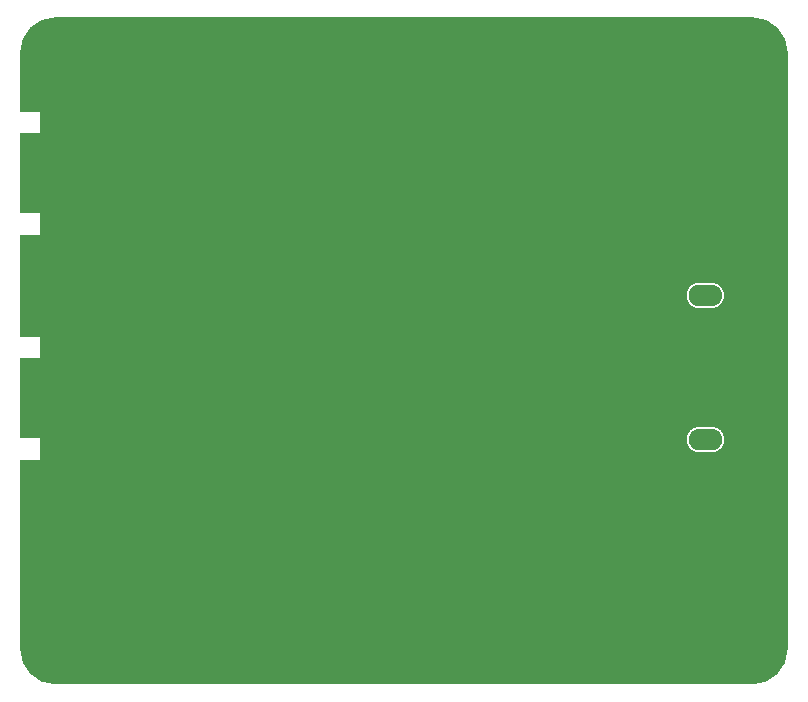
<source format=gbr>
G04 DipTrace 2.4.0.2*
%INBoard.gbr*%
%MOIN*%
%ADD11C,0.0055*%
%FSLAX44Y44*%
G04*
G70*
G90*
G75*
G01*
%LNBoardPoly*%
%LPD*%
G36*
X5118Y3937D2*
D11*
X28346D1*
G03X29528Y5118I0J1181D01*
G01*
Y25000D1*
G03X28346Y26181I-1181J0D01*
G01*
X5118D1*
G03X3937Y25000I0J-1181D01*
G01*
Y23028D1*
X4606D1*
Y22319D1*
X3937D1*
Y19642D1*
X4606D1*
Y18933D1*
X3937D1*
Y15528D1*
X4606D1*
Y14815D1*
X3937D1*
Y12142D1*
X4606D1*
Y11429D1*
X3937D1*
Y5118D1*
G03X5118Y3937I1181J0D01*
G01*
G37*
%LNBoardPolyC*%
%LPC*%
G36*
X3936Y19642D2*
X4606D1*
Y18933D1*
X3936D1*
Y19642D1*
G37*
G36*
Y23028D2*
X4606D1*
Y22319D1*
X3936D1*
Y23028D1*
G37*
G36*
Y12141D2*
X4606D1*
Y11432D1*
X3936D1*
Y12141D1*
G37*
G36*
Y15527D2*
X4606D1*
Y14818D1*
X3936D1*
Y15527D1*
G37*
X26588Y11704D2*
D11*
X26981D1*
G03X26981Y12492I0J394D01*
G01*
X26588Y11704D2*
G02X26588Y12492I0J394D01*
G01*
X26981D1*
X26582Y16507D2*
X26975D1*
G03X26975Y17295I0J394D01*
G01*
X26582Y16507D2*
G02X26582Y17295I0J394D01*
G01*
X26975D1*
M02*

</source>
